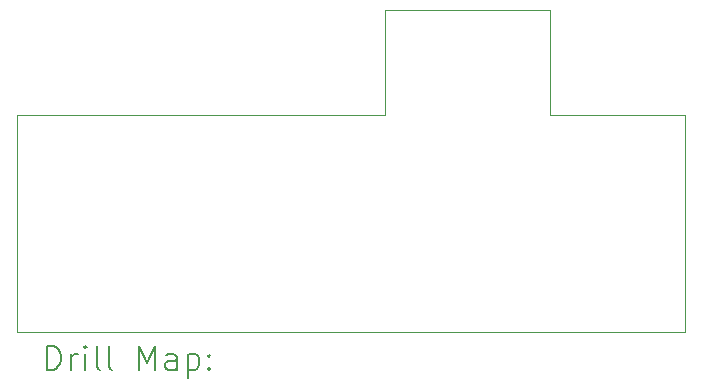
<source format=gbr>
%FSLAX45Y45*%
G04 Gerber Fmt 4.5, Leading zero omitted, Abs format (unit mm)*
G04 Created by KiCad (PCBNEW (6.0.5)) date 2022-12-14 22:41:48*
%MOMM*%
%LPD*%
G01*
G04 APERTURE LIST*
%TA.AperFunction,Profile*%
%ADD10C,0.100000*%
%TD*%
%ADD11C,0.200000*%
G04 APERTURE END LIST*
D10*
X16446500Y-8191500D02*
X15049500Y-8191500D01*
X17589500Y-9080500D02*
X16446500Y-9080500D01*
X15049500Y-9080500D02*
X11938000Y-9080500D01*
X11938000Y-10922000D02*
X17589500Y-10922000D01*
X15049500Y-8191500D02*
X15049500Y-9080500D01*
X11938000Y-9080500D02*
X11938000Y-10922000D01*
X16446500Y-9080500D02*
X16446500Y-8191500D01*
X17589500Y-10922000D02*
X17589500Y-9080500D01*
D11*
X12190619Y-11237476D02*
X12190619Y-11037476D01*
X12238238Y-11037476D01*
X12266809Y-11047000D01*
X12285857Y-11066048D01*
X12295381Y-11085095D01*
X12304905Y-11123190D01*
X12304905Y-11151762D01*
X12295381Y-11189857D01*
X12285857Y-11208905D01*
X12266809Y-11227952D01*
X12238238Y-11237476D01*
X12190619Y-11237476D01*
X12390619Y-11237476D02*
X12390619Y-11104143D01*
X12390619Y-11142238D02*
X12400143Y-11123190D01*
X12409667Y-11113667D01*
X12428714Y-11104143D01*
X12447762Y-11104143D01*
X12514428Y-11237476D02*
X12514428Y-11104143D01*
X12514428Y-11037476D02*
X12504905Y-11047000D01*
X12514428Y-11056524D01*
X12523952Y-11047000D01*
X12514428Y-11037476D01*
X12514428Y-11056524D01*
X12638238Y-11237476D02*
X12619190Y-11227952D01*
X12609667Y-11208905D01*
X12609667Y-11037476D01*
X12743000Y-11237476D02*
X12723952Y-11227952D01*
X12714428Y-11208905D01*
X12714428Y-11037476D01*
X12971571Y-11237476D02*
X12971571Y-11037476D01*
X13038238Y-11180333D01*
X13104905Y-11037476D01*
X13104905Y-11237476D01*
X13285857Y-11237476D02*
X13285857Y-11132714D01*
X13276333Y-11113667D01*
X13257286Y-11104143D01*
X13219190Y-11104143D01*
X13200143Y-11113667D01*
X13285857Y-11227952D02*
X13266809Y-11237476D01*
X13219190Y-11237476D01*
X13200143Y-11227952D01*
X13190619Y-11208905D01*
X13190619Y-11189857D01*
X13200143Y-11170810D01*
X13219190Y-11161286D01*
X13266809Y-11161286D01*
X13285857Y-11151762D01*
X13381095Y-11104143D02*
X13381095Y-11304143D01*
X13381095Y-11113667D02*
X13400143Y-11104143D01*
X13438238Y-11104143D01*
X13457286Y-11113667D01*
X13466809Y-11123190D01*
X13476333Y-11142238D01*
X13476333Y-11199381D01*
X13466809Y-11218428D01*
X13457286Y-11227952D01*
X13438238Y-11237476D01*
X13400143Y-11237476D01*
X13381095Y-11227952D01*
X13562048Y-11218428D02*
X13571571Y-11227952D01*
X13562048Y-11237476D01*
X13552524Y-11227952D01*
X13562048Y-11218428D01*
X13562048Y-11237476D01*
X13562048Y-11113667D02*
X13571571Y-11123190D01*
X13562048Y-11132714D01*
X13552524Y-11123190D01*
X13562048Y-11113667D01*
X13562048Y-11132714D01*
M02*

</source>
